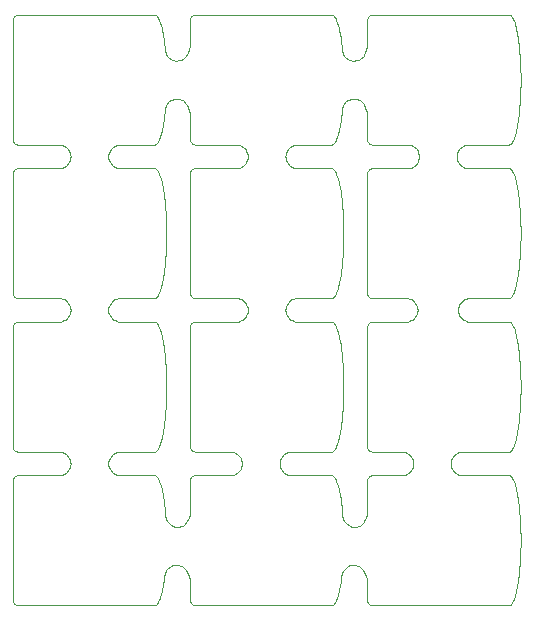
<source format=gko>
%MOIN*%
%OFA0B0*%
%FSLAX44Y44*%
%IPPOS*%
%LPD*%
%ADD10C,0*%
D10*
X00005072Y00016524D02*
X00005072Y00016524D01*
X00005080Y00016577D01*
X00005096Y00016628D01*
X00005118Y00016677D01*
X00005146Y00016723D01*
X00005181Y00016764D01*
X00005221Y00016800D01*
X00005265Y00016830D01*
X00005313Y00016854D01*
X00005364Y00016872D01*
X00005416Y00016882D01*
X00005470Y00016885D01*
X00005524Y00016880D01*
X00005576Y00016869D01*
X00005626Y00016850D01*
X00005674Y00016825D01*
X00005717Y00016793D01*
X00005756Y00016756D01*
X00005789Y00016714D01*
X00005817Y00016668D01*
X00005837Y00016618D01*
X00005884Y00016482D01*
X00005886Y00016476D01*
X00005888Y00016469D01*
X00005890Y00016463D01*
X00005891Y00016457D01*
X00005893Y00016451D01*
X00005895Y00016444D01*
X00005896Y00016438D01*
X00005897Y00016432D01*
X00005899Y00016425D01*
X00005900Y00016419D01*
X00005901Y00016413D01*
X00005902Y00016406D01*
X00005902Y00016400D01*
X00005903Y00016393D01*
X00005904Y00016387D01*
X00005904Y00016380D01*
X00005905Y00016374D01*
X00005905Y00016368D01*
X00005905Y00016361D01*
X00005905Y00016355D01*
X00005905Y00015531D01*
X00005908Y00015503D01*
X00005915Y00015475D01*
X00005927Y00015449D01*
X00005942Y00015425D01*
X00005961Y00015404D01*
X00005983Y00015386D01*
X00006007Y00015372D01*
X00006034Y00015361D01*
X00006062Y00015355D01*
X00006086Y00015354D01*
X00007441Y00015354D01*
X00007503Y00015349D01*
X00007563Y00015335D01*
X00007620Y00015311D01*
X00007673Y00015279D01*
X00007720Y00015239D01*
X00007760Y00015192D01*
X00007792Y00015139D01*
X00007816Y00015082D01*
X00007830Y00015022D01*
X00007835Y00014960D01*
X00007830Y00014899D01*
X00007816Y00014838D01*
X00007792Y00014781D01*
X00007760Y00014729D01*
X00007720Y00014682D01*
X00007673Y00014642D01*
X00007620Y00014609D01*
X00007563Y00014586D01*
X00007503Y00014571D01*
X00007441Y00014566D01*
X00007299Y00014566D01*
X00006082Y00014566D01*
X00006054Y00014564D01*
X00006026Y00014556D01*
X00006000Y00014545D01*
X00005976Y00014530D01*
X00005955Y00014511D01*
X00005937Y00014489D01*
X00005923Y00014464D01*
X00005913Y00014438D01*
X00005907Y00014410D01*
X00005905Y00014377D01*
X00005905Y00010413D01*
X00005908Y00010385D01*
X00005915Y00010357D01*
X00005927Y00010331D01*
X00005942Y00010307D01*
X00005961Y00010286D01*
X00005983Y00010268D01*
X00006007Y00010254D01*
X00006034Y00010243D01*
X00006062Y00010237D01*
X00006086Y00010236D01*
X00007441Y00010236D01*
X00007503Y00010231D01*
X00007563Y00010216D01*
X00007620Y00010193D01*
X00007673Y00010161D01*
X00007720Y00010120D01*
X00007760Y00010073D01*
X00007792Y00010021D01*
X00007816Y00009964D01*
X00007830Y00009904D01*
X00007835Y00009842D01*
X00007830Y00009780D01*
X00007816Y00009720D01*
X00007792Y00009663D01*
X00007760Y00009611D01*
X00007720Y00009564D01*
X00007673Y00009524D01*
X00007620Y00009491D01*
X00007563Y00009468D01*
X00007503Y00009453D01*
X00007441Y00009448D01*
X00007299Y00009448D01*
X00006082Y00009448D01*
X00006054Y00009445D01*
X00006026Y00009438D01*
X00006000Y00009427D01*
X00005976Y00009411D01*
X00005955Y00009392D01*
X00005937Y00009370D01*
X00005923Y00009346D01*
X00005913Y00009319D01*
X00005907Y00009292D01*
X00005905Y00009259D01*
X00005905Y00005295D01*
X00005908Y00005266D01*
X00005915Y00005239D01*
X00005927Y00005213D01*
X00005942Y00005189D01*
X00005961Y00005168D01*
X00005983Y00005150D01*
X00006007Y00005136D01*
X00006034Y00005125D01*
X00006062Y00005119D01*
X00006086Y00005118D01*
X00007244Y00005118D01*
X00007306Y00005113D01*
X00007366Y00005098D01*
X00007423Y00005075D01*
X00007476Y00005042D01*
X00007523Y00005002D01*
X00007563Y00004955D01*
X00007595Y00004903D01*
X00007619Y00004846D01*
X00007633Y00004785D01*
X00007638Y00004724D01*
X00007633Y00004662D01*
X00007619Y00004602D01*
X00007595Y00004545D01*
X00007563Y00004492D01*
X00007523Y00004446D01*
X00007476Y00004405D01*
X00007423Y00004373D01*
X00007366Y00004349D01*
X00007306Y00004335D01*
X00007244Y00004330D01*
X00007103Y00004330D01*
X00006082Y00004330D01*
X00006054Y00004327D01*
X00006026Y00004320D01*
X00006000Y00004309D01*
X00005976Y00004293D01*
X00005955Y00004274D01*
X00005937Y00004252D01*
X00005923Y00004228D01*
X00005913Y00004201D01*
X00005907Y00004174D01*
X00005905Y00004141D01*
X00005905Y00003133D01*
X00005905Y00003128D01*
X00005905Y00003123D01*
X00005905Y00003118D01*
X00005905Y00003114D01*
X00005904Y00003109D01*
X00005904Y00003104D01*
X00005904Y00003099D01*
X00005903Y00003095D01*
X00005903Y00003090D01*
X00005902Y00003085D01*
X00005902Y00003080D01*
X00005901Y00003076D01*
X00005900Y00003071D01*
X00005899Y00003066D01*
X00005899Y00003062D01*
X00005898Y00003057D01*
X00005897Y00003052D01*
X00005896Y00003048D01*
X00005895Y00003043D01*
X00005894Y00003038D01*
X00005862Y00002911D01*
X00005845Y00002859D01*
X00005821Y00002809D01*
X00005790Y00002763D01*
X00005753Y00002722D01*
X00005710Y00002686D01*
X00005663Y00002657D01*
X00005612Y00002635D01*
X00005559Y00002620D01*
X00005504Y00002613D01*
X00005449Y00002613D01*
X00005394Y00002621D01*
X00005341Y00002637D01*
X00005291Y00002661D01*
X00005244Y00002691D01*
X00005202Y00002727D01*
X00005166Y00002769D01*
X00005136Y00002815D01*
X00005112Y00002865D01*
X00005096Y00002918D01*
X00005088Y00002973D01*
X00005086Y00002992D01*
X00005082Y00003043D01*
X00005062Y00003279D01*
X00005055Y00003322D01*
X00005051Y00003370D01*
X00005047Y00003413D01*
X00005039Y00003456D01*
X00005035Y00003496D01*
X00005027Y00003539D01*
X00005023Y00003578D01*
X00005007Y00003657D01*
X00005003Y00003696D01*
X00004996Y00003732D01*
X00004988Y00003771D01*
X00004980Y00003803D01*
X00004972Y00003838D01*
X00004968Y00003874D01*
X00004960Y00003905D01*
X00004952Y00003937D01*
X00004944Y00003964D01*
X00004933Y00003996D01*
X00004917Y00004051D01*
X00004885Y00004145D01*
X00004874Y00004165D01*
X00004858Y00004204D01*
X00004846Y00004220D01*
X00004830Y00004251D01*
X00004818Y00004267D01*
X00004811Y00004279D01*
X00004783Y00004307D01*
X00004771Y00004314D01*
X00004763Y00004318D01*
X00004751Y00004326D01*
X00004744Y00004326D01*
X00004732Y00004330D01*
X00003723Y00004330D01*
X00003581Y00004330D01*
X00003520Y00004335D01*
X00003460Y00004349D01*
X00003403Y00004373D01*
X00003350Y00004405D01*
X00003303Y00004446D01*
X00003263Y00004492D01*
X00003231Y00004545D01*
X00003207Y00004602D01*
X00003193Y00004662D01*
X00003188Y00004724D01*
X00003193Y00004785D01*
X00003207Y00004846D01*
X00003231Y00004903D01*
X00003263Y00004955D01*
X00003303Y00005002D01*
X00003350Y00005042D01*
X00003403Y00005075D01*
X00003460Y00005098D01*
X00003520Y00005113D01*
X00003581Y00005118D01*
X00004732Y00005118D01*
X00004744Y00005122D01*
X00004751Y00005122D01*
X00004763Y00005129D01*
X00004771Y00005133D01*
X00004783Y00005141D01*
X00004811Y00005169D01*
X00004818Y00005181D01*
X00004830Y00005196D01*
X00004846Y00005228D01*
X00004858Y00005244D01*
X00004874Y00005283D01*
X00004885Y00005303D01*
X00004909Y00005374D01*
X00004917Y00005397D01*
X00004925Y00005425D01*
X00004933Y00005452D01*
X00004944Y00005484D01*
X00004952Y00005511D01*
X00004968Y00005574D01*
X00004972Y00005610D01*
X00004980Y00005645D01*
X00004988Y00005677D01*
X00004996Y00005716D01*
X00005003Y00005751D01*
X00005007Y00005791D01*
X00005015Y00005830D01*
X00005023Y00005870D01*
X00005027Y00005909D01*
X00005035Y00005952D01*
X00005039Y00005992D01*
X00005047Y00006035D01*
X00005051Y00006078D01*
X00005055Y00006125D01*
X00005062Y00006169D01*
X00005082Y00006405D01*
X00005086Y00006456D01*
X00005090Y00006503D01*
X00005094Y00006555D01*
X00005098Y00006602D01*
X00005102Y00006653D01*
X00005102Y00006704D01*
X00005110Y00006807D01*
X00005110Y00006862D01*
X00005114Y00006913D01*
X00005114Y00007019D01*
X00005118Y00007070D01*
X00005118Y00007496D01*
X00005114Y00007547D01*
X00005114Y00007653D01*
X00005110Y00007704D01*
X00005110Y00007759D01*
X00005102Y00007862D01*
X00005102Y00007913D01*
X00005098Y00007964D01*
X00005094Y00008011D01*
X00005090Y00008062D01*
X00005086Y00008110D01*
X00005082Y00008161D01*
X00005062Y00008397D01*
X00005055Y00008440D01*
X00005051Y00008488D01*
X00005047Y00008531D01*
X00005039Y00008574D01*
X00005035Y00008614D01*
X00005027Y00008657D01*
X00005023Y00008696D01*
X00005007Y00008775D01*
X00005003Y00008814D01*
X00004996Y00008850D01*
X00004988Y00008889D01*
X00004980Y00008921D01*
X00004972Y00008956D01*
X00004968Y00008992D01*
X00004960Y00009023D01*
X00004952Y00009055D01*
X00004944Y00009082D01*
X00004933Y00009114D01*
X00004917Y00009169D01*
X00004885Y00009263D01*
X00004874Y00009283D01*
X00004858Y00009322D01*
X00004846Y00009338D01*
X00004830Y00009370D01*
X00004818Y00009385D01*
X00004811Y00009397D01*
X00004783Y00009425D01*
X00004771Y00009433D01*
X00004763Y00009437D01*
X00004751Y00009444D01*
X00004744Y00009444D01*
X00004732Y00009448D01*
X00003723Y00009448D01*
X00003581Y00009448D01*
X00003520Y00009453D01*
X00003460Y00009468D01*
X00003403Y00009491D01*
X00003350Y00009524D01*
X00003303Y00009564D01*
X00003263Y00009611D01*
X00003231Y00009663D01*
X00003207Y00009720D01*
X00003193Y00009780D01*
X00003188Y00009842D01*
X00003193Y00009904D01*
X00003207Y00009964D01*
X00003231Y00010021D01*
X00003263Y00010073D01*
X00003303Y00010120D01*
X00003350Y00010161D01*
X00003403Y00010193D01*
X00003460Y00010216D01*
X00003520Y00010231D01*
X00003581Y00010236D01*
X00004732Y00010236D01*
X00004744Y00010240D01*
X00004751Y00010240D01*
X00004763Y00010248D01*
X00004771Y00010251D01*
X00004783Y00010259D01*
X00004811Y00010287D01*
X00004818Y00010299D01*
X00004830Y00010314D01*
X00004846Y00010346D01*
X00004858Y00010362D01*
X00004874Y00010401D01*
X00004885Y00010421D01*
X00004909Y00010492D01*
X00004917Y00010515D01*
X00004925Y00010543D01*
X00004933Y00010570D01*
X00004944Y00010602D01*
X00004952Y00010629D01*
X00004968Y00010692D01*
X00004972Y00010728D01*
X00004980Y00010763D01*
X00004988Y00010795D01*
X00004996Y00010834D01*
X00005003Y00010870D01*
X00005007Y00010909D01*
X00005015Y00010948D01*
X00005023Y00010988D01*
X00005027Y00011027D01*
X00005035Y00011070D01*
X00005039Y00011110D01*
X00005047Y00011153D01*
X00005051Y00011196D01*
X00005055Y00011244D01*
X00005062Y00011287D01*
X00005082Y00011523D01*
X00005086Y00011574D01*
X00005090Y00011622D01*
X00005094Y00011673D01*
X00005098Y00011720D01*
X00005102Y00011771D01*
X00005102Y00011822D01*
X00005110Y00011925D01*
X00005110Y00011980D01*
X00005114Y00012031D01*
X00005114Y00012137D01*
X00005118Y00012188D01*
X00005118Y00012614D01*
X00005114Y00012665D01*
X00005114Y00012771D01*
X00005110Y00012822D01*
X00005110Y00012877D01*
X00005102Y00012980D01*
X00005102Y00013031D01*
X00005098Y00013082D01*
X00005094Y00013129D01*
X00005090Y00013181D01*
X00005086Y00013228D01*
X00005082Y00013279D01*
X00005062Y00013515D01*
X00005055Y00013559D01*
X00005051Y00013606D01*
X00005047Y00013649D01*
X00005039Y00013692D01*
X00005035Y00013732D01*
X00005027Y00013775D01*
X00005023Y00013814D01*
X00005007Y00013893D01*
X00005003Y00013933D01*
X00004996Y00013968D01*
X00004988Y00014007D01*
X00004980Y00014039D01*
X00004972Y00014074D01*
X00004968Y00014110D01*
X00004960Y00014141D01*
X00004952Y00014173D01*
X00004944Y00014200D01*
X00004933Y00014232D01*
X00004917Y00014287D01*
X00004885Y00014381D01*
X00004874Y00014401D01*
X00004858Y00014440D01*
X00004846Y00014456D01*
X00004830Y00014488D01*
X00004818Y00014503D01*
X00004811Y00014515D01*
X00004783Y00014543D01*
X00004771Y00014551D01*
X00004763Y00014555D01*
X00004751Y00014562D01*
X00004744Y00014562D01*
X00004732Y00014566D01*
X00003723Y00014566D01*
X00003581Y00014566D01*
X00003520Y00014571D01*
X00003460Y00014586D01*
X00003403Y00014609D01*
X00003350Y00014642D01*
X00003303Y00014682D01*
X00003263Y00014729D01*
X00003231Y00014781D01*
X00003207Y00014838D01*
X00003193Y00014899D01*
X00003188Y00014960D01*
X00003193Y00015022D01*
X00003207Y00015082D01*
X00003231Y00015139D01*
X00003263Y00015192D01*
X00003303Y00015239D01*
X00003350Y00015279D01*
X00003403Y00015311D01*
X00003460Y00015335D01*
X00003520Y00015349D01*
X00003581Y00015354D01*
X00004732Y00015354D01*
X00004744Y00015358D01*
X00004751Y00015358D01*
X00004763Y00015366D01*
X00004771Y00015370D01*
X00004783Y00015377D01*
X00004811Y00015405D01*
X00004818Y00015417D01*
X00004830Y00015433D01*
X00004846Y00015464D01*
X00004858Y00015480D01*
X00004874Y00015519D01*
X00004885Y00015539D01*
X00004909Y00015610D01*
X00004917Y00015633D01*
X00004925Y00015661D01*
X00004933Y00015688D01*
X00004944Y00015720D01*
X00004952Y00015748D01*
X00004968Y00015811D01*
X00004972Y00015846D01*
X00004980Y00015881D01*
X00004988Y00015913D01*
X00004996Y00015952D01*
X00005003Y00015988D01*
X00005007Y00016027D01*
X00005015Y00016066D01*
X00005023Y00016106D01*
X00005027Y00016145D01*
X00005035Y00016188D01*
X00005039Y00016228D01*
X00005047Y00016271D01*
X00005051Y00016314D01*
X00005055Y00016362D01*
X00005062Y00016405D01*
X00005072Y00016524D01*
X00010978Y00016524D02*
X00010978Y00016524D01*
X00010986Y00016577D01*
X00011001Y00016628D01*
X00011023Y00016677D01*
X00011052Y00016723D01*
X00011086Y00016764D01*
X00011126Y00016800D01*
X00011170Y00016830D01*
X00011218Y00016854D01*
X00011269Y00016872D01*
X00011322Y00016882D01*
X00011376Y00016885D01*
X00011429Y00016880D01*
X00011482Y00016869D01*
X00011532Y00016850D01*
X00011579Y00016825D01*
X00011623Y00016793D01*
X00011661Y00016756D01*
X00011695Y00016714D01*
X00011722Y00016668D01*
X00011743Y00016618D01*
X00011789Y00016482D01*
X00011791Y00016476D01*
X00011793Y00016469D01*
X00011795Y00016463D01*
X00011797Y00016457D01*
X00011799Y00016451D01*
X00011800Y00016444D01*
X00011802Y00016438D01*
X00011803Y00016432D01*
X00011804Y00016425D01*
X00011805Y00016419D01*
X00011806Y00016413D01*
X00011807Y00016406D01*
X00011808Y00016400D01*
X00011809Y00016393D01*
X00011809Y00016387D01*
X00011810Y00016380D01*
X00011810Y00016374D01*
X00011810Y00016368D01*
X00011810Y00016361D01*
X00011811Y00016355D01*
X00011811Y00015531D01*
X00011813Y00015503D01*
X00011821Y00015475D01*
X00011832Y00015449D01*
X00011847Y00015425D01*
X00011866Y00015404D01*
X00011888Y00015386D01*
X00011913Y00015372D01*
X00011939Y00015361D01*
X00011967Y00015355D01*
X00011992Y00015354D01*
X00013150Y00015354D01*
X00013211Y00015349D01*
X00013272Y00015335D01*
X00013329Y00015311D01*
X00013381Y00015279D01*
X00013428Y00015239D01*
X00013468Y00015192D01*
X00013501Y00015139D01*
X00013524Y00015082D01*
X00013539Y00015022D01*
X00013544Y00014960D01*
X00013539Y00014899D01*
X00013524Y00014838D01*
X00013501Y00014781D01*
X00013468Y00014729D01*
X00013428Y00014682D01*
X00013381Y00014642D01*
X00013329Y00014609D01*
X00013272Y00014586D01*
X00013211Y00014571D01*
X00013150Y00014566D01*
X00013008Y00014566D01*
X00011988Y00014566D01*
X00011959Y00014564D01*
X00011932Y00014556D01*
X00011906Y00014545D01*
X00011882Y00014530D01*
X00011861Y00014511D01*
X00011843Y00014489D01*
X00011828Y00014464D01*
X00011818Y00014438D01*
X00011812Y00014410D01*
X00011811Y00014377D01*
X00011811Y00010413D01*
X00011813Y00010385D01*
X00011821Y00010357D01*
X00011832Y00010331D01*
X00011847Y00010307D01*
X00011866Y00010286D01*
X00011888Y00010268D01*
X00011913Y00010254D01*
X00011939Y00010243D01*
X00011967Y00010237D01*
X00011992Y00010236D01*
X00013105Y00010236D01*
X00013166Y00010231D01*
X00013226Y00010216D01*
X00013283Y00010193D01*
X00013336Y00010161D01*
X00013383Y00010120D01*
X00013423Y00010073D01*
X00013455Y00010021D01*
X00013479Y00009964D01*
X00013493Y00009904D01*
X00013498Y00009842D01*
X00013493Y00009780D01*
X00013479Y00009720D01*
X00013455Y00009663D01*
X00013423Y00009611D01*
X00013383Y00009564D01*
X00013336Y00009524D01*
X00013283Y00009491D01*
X00013226Y00009468D01*
X00013166Y00009453D01*
X00013105Y00009448D01*
X00012968Y00009448D01*
X00011988Y00009448D01*
X00011959Y00009445D01*
X00011932Y00009438D01*
X00011906Y00009427D01*
X00011882Y00009411D01*
X00011861Y00009392D01*
X00011843Y00009370D01*
X00011828Y00009346D01*
X00011818Y00009319D01*
X00011812Y00009292D01*
X00011811Y00009259D01*
X00011811Y00005295D01*
X00011813Y00005266D01*
X00011821Y00005239D01*
X00011832Y00005213D01*
X00011847Y00005189D01*
X00011866Y00005168D01*
X00011888Y00005150D01*
X00011913Y00005136D01*
X00011939Y00005125D01*
X00011967Y00005119D01*
X00011992Y00005118D01*
X00012953Y00005118D01*
X00013015Y00005113D01*
X00013075Y00005098D01*
X00013132Y00005075D01*
X00013184Y00005042D01*
X00013231Y00005002D01*
X00013272Y00004955D01*
X00013304Y00004903D01*
X00013327Y00004846D01*
X00013342Y00004785D01*
X00013347Y00004724D01*
X00013342Y00004662D01*
X00013327Y00004602D01*
X00013304Y00004545D01*
X00013272Y00004492D01*
X00013231Y00004446D01*
X00013184Y00004405D01*
X00013132Y00004373D01*
X00013075Y00004349D01*
X00013015Y00004335D01*
X00012953Y00004330D01*
X00012811Y00004330D01*
X00011988Y00004330D01*
X00011959Y00004327D01*
X00011932Y00004320D01*
X00011906Y00004309D01*
X00011882Y00004293D01*
X00011861Y00004274D01*
X00011843Y00004252D01*
X00011828Y00004228D01*
X00011818Y00004201D01*
X00011812Y00004174D01*
X00011811Y00004141D01*
X00011811Y00003133D01*
X00011810Y00003128D01*
X00011810Y00003123D01*
X00011810Y00003118D01*
X00011810Y00003114D01*
X00011810Y00003109D01*
X00011809Y00003104D01*
X00011809Y00003099D01*
X00011809Y00003095D01*
X00011808Y00003090D01*
X00011808Y00003085D01*
X00011807Y00003080D01*
X00011806Y00003076D01*
X00011806Y00003071D01*
X00011805Y00003066D01*
X00011804Y00003062D01*
X00011803Y00003057D01*
X00011802Y00003052D01*
X00011801Y00003048D01*
X00011800Y00003043D01*
X00011799Y00003038D01*
X00011768Y00002911D01*
X00011751Y00002859D01*
X00011726Y00002809D01*
X00011695Y00002763D01*
X00011658Y00002722D01*
X00011616Y00002686D01*
X00011569Y00002657D01*
X00011518Y00002635D01*
X00011465Y00002620D01*
X00011410Y00002613D01*
X00011354Y00002613D01*
X00011300Y00002621D01*
X00011246Y00002637D01*
X00011196Y00002661D01*
X00011150Y00002691D01*
X00011108Y00002727D01*
X00011071Y00002769D01*
X00011041Y00002815D01*
X00011018Y00002865D01*
X00011002Y00002918D01*
X00010993Y00002973D01*
X00010992Y00002992D01*
X00010988Y00003043D01*
X00010968Y00003279D01*
X00010960Y00003322D01*
X00010956Y00003370D01*
X00010952Y00003413D01*
X00010944Y00003456D01*
X00010940Y00003496D01*
X00010933Y00003539D01*
X00010929Y00003578D01*
X00010913Y00003657D01*
X00010909Y00003696D01*
X00010901Y00003732D01*
X00010893Y00003771D01*
X00010885Y00003803D01*
X00010877Y00003838D01*
X00010874Y00003874D01*
X00010866Y00003905D01*
X00010858Y00003937D01*
X00010850Y00003964D01*
X00010838Y00003996D01*
X00010822Y00004051D01*
X00010791Y00004145D01*
X00010779Y00004165D01*
X00010763Y00004204D01*
X00010751Y00004220D01*
X00010736Y00004251D01*
X00010724Y00004267D01*
X00010716Y00004279D01*
X00010688Y00004307D01*
X00010677Y00004314D01*
X00010669Y00004318D01*
X00010657Y00004326D01*
X00010649Y00004326D01*
X00010637Y00004330D01*
X00009432Y00004330D01*
X00009290Y00004330D01*
X00009228Y00004335D01*
X00009168Y00004349D01*
X00009111Y00004373D01*
X00009059Y00004405D01*
X00009012Y00004446D01*
X00008972Y00004492D01*
X00008939Y00004545D01*
X00008916Y00004602D01*
X00008901Y00004662D01*
X00008896Y00004724D01*
X00008901Y00004785D01*
X00008916Y00004846D01*
X00008939Y00004903D01*
X00008972Y00004955D01*
X00009012Y00005002D01*
X00009059Y00005042D01*
X00009111Y00005075D01*
X00009168Y00005098D01*
X00009228Y00005113D01*
X00009290Y00005118D01*
X00010637Y00005118D01*
X00010649Y00005122D01*
X00010657Y00005122D01*
X00010669Y00005129D01*
X00010677Y00005133D01*
X00010688Y00005141D01*
X00010716Y00005169D01*
X00010724Y00005181D01*
X00010736Y00005196D01*
X00010751Y00005228D01*
X00010763Y00005244D01*
X00010779Y00005283D01*
X00010791Y00005303D01*
X00010814Y00005374D01*
X00010822Y00005397D01*
X00010830Y00005425D01*
X00010838Y00005452D01*
X00010850Y00005484D01*
X00010858Y00005511D01*
X00010874Y00005574D01*
X00010877Y00005610D01*
X00010885Y00005645D01*
X00010893Y00005677D01*
X00010901Y00005716D01*
X00010909Y00005751D01*
X00010913Y00005791D01*
X00010921Y00005830D01*
X00010929Y00005870D01*
X00010933Y00005909D01*
X00010940Y00005952D01*
X00010944Y00005992D01*
X00010952Y00006035D01*
X00010956Y00006078D01*
X00010960Y00006125D01*
X00010968Y00006169D01*
X00010988Y00006405D01*
X00010992Y00006456D01*
X00010996Y00006503D01*
X00010999Y00006555D01*
X00011003Y00006602D01*
X00011007Y00006653D01*
X00011007Y00006704D01*
X00011015Y00006807D01*
X00011015Y00006862D01*
X00011019Y00006913D01*
X00011019Y00007019D01*
X00011023Y00007070D01*
X00011023Y00007496D01*
X00011019Y00007547D01*
X00011019Y00007653D01*
X00011015Y00007704D01*
X00011015Y00007759D01*
X00011007Y00007862D01*
X00011007Y00007913D01*
X00011003Y00007964D01*
X00010999Y00008011D01*
X00010996Y00008062D01*
X00010992Y00008110D01*
X00010988Y00008161D01*
X00010968Y00008397D01*
X00010960Y00008440D01*
X00010956Y00008488D01*
X00010952Y00008531D01*
X00010944Y00008574D01*
X00010940Y00008614D01*
X00010933Y00008657D01*
X00010929Y00008696D01*
X00010913Y00008775D01*
X00010909Y00008814D01*
X00010901Y00008850D01*
X00010893Y00008889D01*
X00010885Y00008921D01*
X00010877Y00008956D01*
X00010874Y00008992D01*
X00010866Y00009023D01*
X00010858Y00009055D01*
X00010850Y00009082D01*
X00010838Y00009114D01*
X00010822Y00009169D01*
X00010791Y00009263D01*
X00010779Y00009283D01*
X00010763Y00009322D01*
X00010751Y00009338D01*
X00010736Y00009370D01*
X00010724Y00009385D01*
X00010716Y00009397D01*
X00010688Y00009425D01*
X00010677Y00009433D01*
X00010669Y00009437D01*
X00010657Y00009444D01*
X00010649Y00009444D01*
X00010637Y00009448D01*
X00009629Y00009448D01*
X00009487Y00009448D01*
X00009425Y00009453D01*
X00009365Y00009468D01*
X00009308Y00009491D01*
X00009256Y00009524D01*
X00009209Y00009564D01*
X00009168Y00009611D01*
X00009136Y00009663D01*
X00009112Y00009720D01*
X00009098Y00009780D01*
X00009093Y00009842D01*
X00009098Y00009904D01*
X00009112Y00009964D01*
X00009136Y00010021D01*
X00009168Y00010073D01*
X00009209Y00010120D01*
X00009256Y00010161D01*
X00009308Y00010193D01*
X00009365Y00010216D01*
X00009425Y00010231D01*
X00009487Y00010236D01*
X00010637Y00010236D01*
X00010649Y00010240D01*
X00010657Y00010240D01*
X00010669Y00010248D01*
X00010677Y00010251D01*
X00010688Y00010259D01*
X00010716Y00010287D01*
X00010724Y00010299D01*
X00010736Y00010314D01*
X00010751Y00010346D01*
X00010763Y00010362D01*
X00010779Y00010401D01*
X00010791Y00010421D01*
X00010814Y00010492D01*
X00010822Y00010515D01*
X00010830Y00010543D01*
X00010838Y00010570D01*
X00010850Y00010602D01*
X00010858Y00010629D01*
X00010874Y00010692D01*
X00010877Y00010728D01*
X00010885Y00010763D01*
X00010893Y00010795D01*
X00010901Y00010834D01*
X00010909Y00010870D01*
X00010913Y00010909D01*
X00010921Y00010948D01*
X00010929Y00010988D01*
X00010933Y00011027D01*
X00010940Y00011070D01*
X00010944Y00011110D01*
X00010952Y00011153D01*
X00010956Y00011196D01*
X00010960Y00011244D01*
X00010968Y00011287D01*
X00010988Y00011523D01*
X00010992Y00011574D01*
X00010996Y00011622D01*
X00010999Y00011673D01*
X00011003Y00011720D01*
X00011007Y00011771D01*
X00011007Y00011822D01*
X00011015Y00011925D01*
X00011015Y00011980D01*
X00011019Y00012031D01*
X00011019Y00012137D01*
X00011023Y00012188D01*
X00011023Y00012614D01*
X00011019Y00012665D01*
X00011019Y00012771D01*
X00011015Y00012822D01*
X00011015Y00012877D01*
X00011007Y00012980D01*
X00011007Y00013031D01*
X00011003Y00013082D01*
X00010999Y00013129D01*
X00010996Y00013181D01*
X00010992Y00013228D01*
X00010988Y00013279D01*
X00010968Y00013515D01*
X00010960Y00013559D01*
X00010956Y00013606D01*
X00010952Y00013649D01*
X00010944Y00013692D01*
X00010940Y00013732D01*
X00010933Y00013775D01*
X00010929Y00013814D01*
X00010913Y00013893D01*
X00010909Y00013933D01*
X00010901Y00013968D01*
X00010893Y00014007D01*
X00010885Y00014039D01*
X00010877Y00014074D01*
X00010874Y00014110D01*
X00010866Y00014141D01*
X00010858Y00014173D01*
X00010850Y00014200D01*
X00010838Y00014232D01*
X00010822Y00014287D01*
X00010791Y00014381D01*
X00010779Y00014401D01*
X00010763Y00014440D01*
X00010751Y00014456D01*
X00010736Y00014488D01*
X00010724Y00014503D01*
X00010716Y00014515D01*
X00010688Y00014543D01*
X00010677Y00014551D01*
X00010669Y00014555D01*
X00010657Y00014562D01*
X00010649Y00014562D01*
X00010637Y00014566D01*
X00009629Y00014566D01*
X00009487Y00014566D01*
X00009425Y00014571D01*
X00009365Y00014586D01*
X00009308Y00014609D01*
X00009256Y00014642D01*
X00009209Y00014682D01*
X00009168Y00014729D01*
X00009136Y00014781D01*
X00009112Y00014838D01*
X00009098Y00014899D01*
X00009093Y00014960D01*
X00009098Y00015022D01*
X00009112Y00015082D01*
X00009136Y00015139D01*
X00009168Y00015192D01*
X00009209Y00015239D01*
X00009256Y00015279D01*
X00009308Y00015311D01*
X00009365Y00015335D01*
X00009425Y00015349D01*
X00009487Y00015354D01*
X00010637Y00015354D01*
X00010649Y00015358D01*
X00010657Y00015358D01*
X00010669Y00015366D01*
X00010677Y00015370D01*
X00010688Y00015377D01*
X00010716Y00015405D01*
X00010724Y00015417D01*
X00010736Y00015433D01*
X00010751Y00015464D01*
X00010763Y00015480D01*
X00010779Y00015519D01*
X00010791Y00015539D01*
X00010814Y00015610D01*
X00010822Y00015633D01*
X00010830Y00015661D01*
X00010838Y00015688D01*
X00010850Y00015720D01*
X00010858Y00015748D01*
X00010874Y00015811D01*
X00010877Y00015846D01*
X00010885Y00015881D01*
X00010893Y00015913D01*
X00010901Y00015952D01*
X00010909Y00015988D01*
X00010913Y00016027D01*
X00010921Y00016066D01*
X00010929Y00016106D01*
X00010933Y00016145D01*
X00010940Y00016188D01*
X00010944Y00016228D01*
X00010952Y00016271D01*
X00010956Y00016314D01*
X00010960Y00016362D01*
X00010968Y00016405D01*
X00010978Y00016524D01*
X00005053Y00000985D02*
X00005053Y00000985D01*
X00005061Y00001037D01*
X00005075Y00001087D01*
X00005096Y00001134D01*
X00005123Y00001179D01*
X00005155Y00001219D01*
X00005193Y00001255D01*
X00005235Y00001286D01*
X00005281Y00001310D01*
X00005329Y00001329D01*
X00005380Y00001341D01*
X00005431Y00001346D01*
X00005483Y00001345D01*
X00005535Y00001336D01*
X00005584Y00001321D01*
X00005632Y00001299D01*
X00005676Y00001272D01*
X00005716Y00001239D01*
X00005751Y00001201D01*
X00005781Y00001158D01*
X00005805Y00001112D01*
X00005871Y00000963D01*
X00005874Y00000955D01*
X00005878Y00000948D01*
X00005881Y00000940D01*
X00005883Y00000932D01*
X00005886Y00000925D01*
X00005888Y00000917D01*
X00005891Y00000909D01*
X00005893Y00000901D01*
X00005895Y00000893D01*
X00005896Y00000885D01*
X00005898Y00000877D01*
X00005900Y00000869D01*
X00005901Y00000861D01*
X00005902Y00000853D01*
X00005903Y00000844D01*
X00005904Y00000836D01*
X00005904Y00000828D01*
X00005905Y00000820D01*
X00005905Y00000812D01*
X00005905Y00000803D01*
X00005905Y00000177D01*
X00005908Y00000148D01*
X00005915Y00000121D01*
X00005927Y00000095D01*
X00005942Y00000071D01*
X00005961Y00000050D01*
X00005983Y00000032D01*
X00006007Y00000017D01*
X00006034Y00000007D01*
X00006062Y00000001D01*
X00006086Y00000000D01*
X00010637Y00000000D01*
X00010649Y00000003D01*
X00010657Y00000003D01*
X00010669Y00000011D01*
X00010677Y00000015D01*
X00010688Y00000023D01*
X00010716Y00000051D01*
X00010724Y00000062D01*
X00010736Y00000078D01*
X00010751Y00000110D01*
X00010763Y00000125D01*
X00010779Y00000165D01*
X00010791Y00000185D01*
X00010814Y00000255D01*
X00010822Y00000279D01*
X00010830Y00000307D01*
X00010838Y00000334D01*
X00010850Y00000366D01*
X00010858Y00000393D01*
X00010874Y00000456D01*
X00010877Y00000492D01*
X00010885Y00000527D01*
X00010893Y00000559D01*
X00010901Y00000598D01*
X00010909Y00000633D01*
X00010913Y00000673D01*
X00010921Y00000712D01*
X00010929Y00000751D01*
X00010933Y00000791D01*
X00010940Y00000834D01*
X00010944Y00000874D01*
X00010952Y00000917D01*
X00010956Y00000960D01*
X00010958Y00000985D01*
X00010966Y00001037D01*
X00010980Y00001087D01*
X00011001Y00001134D01*
X00011028Y00001179D01*
X00011061Y00001219D01*
X00011098Y00001255D01*
X00011140Y00001286D01*
X00011186Y00001310D01*
X00011235Y00001329D01*
X00011285Y00001341D01*
X00011337Y00001346D01*
X00011389Y00001345D01*
X00011440Y00001336D01*
X00011490Y00001321D01*
X00011537Y00001299D01*
X00011581Y00001272D01*
X00011621Y00001239D01*
X00011656Y00001201D01*
X00011686Y00001158D01*
X00011711Y00001112D01*
X00011777Y00000963D01*
X00011780Y00000955D01*
X00011783Y00000948D01*
X00011786Y00000940D01*
X00011789Y00000932D01*
X00011791Y00000925D01*
X00011794Y00000917D01*
X00011796Y00000909D01*
X00011798Y00000901D01*
X00011800Y00000893D01*
X00011802Y00000885D01*
X00011804Y00000877D01*
X00011805Y00000869D01*
X00011806Y00000861D01*
X00011807Y00000853D01*
X00011808Y00000844D01*
X00011809Y00000836D01*
X00011810Y00000828D01*
X00011810Y00000820D01*
X00011810Y00000812D01*
X00011811Y00000803D01*
X00011811Y00000177D01*
X00011813Y00000148D01*
X00011821Y00000121D01*
X00011832Y00000095D01*
X00011847Y00000071D01*
X00011866Y00000050D01*
X00011888Y00000032D01*
X00011913Y00000017D01*
X00011939Y00000007D01*
X00011967Y00000001D01*
X00011992Y00000000D01*
X00016543Y00000000D01*
X00016555Y00000003D01*
X00016562Y00000003D01*
X00016574Y00000011D01*
X00016582Y00000015D01*
X00016594Y00000023D01*
X00016622Y00000051D01*
X00016629Y00000062D01*
X00016641Y00000078D01*
X00016657Y00000110D01*
X00016669Y00000125D01*
X00016685Y00000165D01*
X00016696Y00000185D01*
X00016720Y00000255D01*
X00016728Y00000279D01*
X00016736Y00000307D01*
X00016744Y00000334D01*
X00016755Y00000366D01*
X00016763Y00000393D01*
X00016779Y00000456D01*
X00016783Y00000492D01*
X00016791Y00000527D01*
X00016799Y00000559D01*
X00016807Y00000598D01*
X00016814Y00000633D01*
X00016818Y00000673D01*
X00016826Y00000712D01*
X00016834Y00000751D01*
X00016838Y00000791D01*
X00016846Y00000834D01*
X00016850Y00000874D01*
X00016858Y00000917D01*
X00016862Y00000960D01*
X00016866Y00001007D01*
X00016874Y00001051D01*
X00016893Y00001287D01*
X00016897Y00001338D01*
X00016901Y00001385D01*
X00016905Y00001437D01*
X00016909Y00001484D01*
X00016913Y00001535D01*
X00016913Y00001586D01*
X00016921Y00001688D01*
X00016921Y00001744D01*
X00016925Y00001795D01*
X00016925Y00001901D01*
X00016929Y00001952D01*
X00016929Y00002377D01*
X00016925Y00002429D01*
X00016925Y00002535D01*
X00016921Y00002586D01*
X00016921Y00002641D01*
X00016913Y00002744D01*
X00016913Y00002795D01*
X00016909Y00002846D01*
X00016905Y00002893D01*
X00016901Y00002944D01*
X00016897Y00002992D01*
X00016893Y00003043D01*
X00016874Y00003279D01*
X00016866Y00003322D01*
X00016862Y00003370D01*
X00016858Y00003413D01*
X00016850Y00003456D01*
X00016846Y00003496D01*
X00016838Y00003539D01*
X00016834Y00003578D01*
X00016818Y00003657D01*
X00016814Y00003696D01*
X00016807Y00003732D01*
X00016799Y00003771D01*
X00016791Y00003803D01*
X00016783Y00003838D01*
X00016779Y00003874D01*
X00016771Y00003905D01*
X00016763Y00003937D01*
X00016755Y00003964D01*
X00016744Y00003996D01*
X00016728Y00004051D01*
X00016696Y00004145D01*
X00016685Y00004165D01*
X00016669Y00004204D01*
X00016657Y00004220D01*
X00016641Y00004251D01*
X00016629Y00004267D01*
X00016622Y00004279D01*
X00016594Y00004307D01*
X00016582Y00004314D01*
X00016574Y00004318D01*
X00016562Y00004326D01*
X00016555Y00004326D01*
X00016543Y00004330D01*
X00015140Y00004330D01*
X00014999Y00004330D01*
X00014937Y00004335D01*
X00014877Y00004349D01*
X00014820Y00004373D01*
X00014767Y00004405D01*
X00014720Y00004446D01*
X00014680Y00004492D01*
X00014648Y00004545D01*
X00014624Y00004602D01*
X00014610Y00004662D01*
X00014605Y00004724D01*
X00014610Y00004785D01*
X00014624Y00004846D01*
X00014648Y00004903D01*
X00014680Y00004955D01*
X00014720Y00005002D01*
X00014767Y00005042D01*
X00014820Y00005075D01*
X00014877Y00005098D01*
X00014937Y00005113D01*
X00014999Y00005118D01*
X00016543Y00005118D01*
X00016555Y00005122D01*
X00016562Y00005122D01*
X00016574Y00005129D01*
X00016582Y00005133D01*
X00016594Y00005141D01*
X00016622Y00005169D01*
X00016629Y00005181D01*
X00016641Y00005196D01*
X00016657Y00005228D01*
X00016669Y00005244D01*
X00016685Y00005283D01*
X00016696Y00005303D01*
X00016720Y00005374D01*
X00016728Y00005397D01*
X00016736Y00005425D01*
X00016744Y00005452D01*
X00016755Y00005484D01*
X00016763Y00005511D01*
X00016779Y00005574D01*
X00016783Y00005610D01*
X00016791Y00005645D01*
X00016799Y00005677D01*
X00016807Y00005716D01*
X00016814Y00005751D01*
X00016818Y00005791D01*
X00016826Y00005830D01*
X00016834Y00005870D01*
X00016838Y00005909D01*
X00016846Y00005952D01*
X00016850Y00005992D01*
X00016858Y00006035D01*
X00016862Y00006078D01*
X00016866Y00006125D01*
X00016874Y00006169D01*
X00016893Y00006405D01*
X00016897Y00006456D01*
X00016901Y00006503D01*
X00016905Y00006555D01*
X00016909Y00006602D01*
X00016913Y00006653D01*
X00016913Y00006704D01*
X00016921Y00006807D01*
X00016921Y00006862D01*
X00016925Y00006913D01*
X00016925Y00007019D01*
X00016929Y00007070D01*
X00016929Y00007496D01*
X00016925Y00007547D01*
X00016925Y00007653D01*
X00016921Y00007704D01*
X00016921Y00007759D01*
X00016913Y00007862D01*
X00016913Y00007913D01*
X00016909Y00007964D01*
X00016905Y00008011D01*
X00016901Y00008062D01*
X00016897Y00008110D01*
X00016893Y00008161D01*
X00016874Y00008397D01*
X00016866Y00008440D01*
X00016862Y00008488D01*
X00016858Y00008531D01*
X00016850Y00008574D01*
X00016846Y00008614D01*
X00016838Y00008657D01*
X00016834Y00008696D01*
X00016818Y00008775D01*
X00016814Y00008814D01*
X00016807Y00008850D01*
X00016799Y00008889D01*
X00016791Y00008921D01*
X00016783Y00008956D01*
X00016779Y00008992D01*
X00016771Y00009023D01*
X00016763Y00009055D01*
X00016755Y00009082D01*
X00016744Y00009114D01*
X00016728Y00009169D01*
X00016696Y00009263D01*
X00016685Y00009283D01*
X00016669Y00009322D01*
X00016657Y00009338D01*
X00016641Y00009370D01*
X00016629Y00009385D01*
X00016622Y00009397D01*
X00016594Y00009425D01*
X00016582Y00009433D01*
X00016574Y00009437D01*
X00016562Y00009444D01*
X00016555Y00009444D01*
X00016543Y00009448D01*
X00015377Y00009448D01*
X00015241Y00009448D01*
X00015179Y00009453D01*
X00015119Y00009468D01*
X00015062Y00009491D01*
X00015009Y00009524D01*
X00014962Y00009564D01*
X00014922Y00009611D01*
X00014890Y00009663D01*
X00014866Y00009720D01*
X00014852Y00009780D01*
X00014847Y00009842D01*
X00014852Y00009904D01*
X00014866Y00009964D01*
X00014890Y00010021D01*
X00014922Y00010073D01*
X00014962Y00010120D01*
X00015009Y00010161D01*
X00015062Y00010193D01*
X00015119Y00010216D01*
X00015179Y00010231D01*
X00015241Y00010236D01*
X00016543Y00010236D01*
X00016555Y00010240D01*
X00016562Y00010240D01*
X00016574Y00010248D01*
X00016582Y00010251D01*
X00016594Y00010259D01*
X00016622Y00010287D01*
X00016629Y00010299D01*
X00016641Y00010314D01*
X00016657Y00010346D01*
X00016669Y00010362D01*
X00016685Y00010401D01*
X00016696Y00010421D01*
X00016720Y00010492D01*
X00016728Y00010515D01*
X00016736Y00010543D01*
X00016744Y00010570D01*
X00016755Y00010602D01*
X00016763Y00010629D01*
X00016779Y00010692D01*
X00016783Y00010728D01*
X00016791Y00010763D01*
X00016799Y00010795D01*
X00016807Y00010834D01*
X00016814Y00010870D01*
X00016818Y00010909D01*
X00016826Y00010948D01*
X00016834Y00010988D01*
X00016838Y00011027D01*
X00016846Y00011070D01*
X00016850Y00011110D01*
X00016858Y00011153D01*
X00016862Y00011196D01*
X00016866Y00011244D01*
X00016874Y00011287D01*
X00016893Y00011523D01*
X00016897Y00011574D01*
X00016901Y00011622D01*
X00016905Y00011673D01*
X00016909Y00011720D01*
X00016913Y00011771D01*
X00016913Y00011822D01*
X00016921Y00011925D01*
X00016921Y00011980D01*
X00016925Y00012031D01*
X00016925Y00012137D01*
X00016929Y00012188D01*
X00016929Y00012614D01*
X00016925Y00012665D01*
X00016925Y00012771D01*
X00016921Y00012822D01*
X00016921Y00012877D01*
X00016913Y00012980D01*
X00016913Y00013031D01*
X00016909Y00013082D01*
X00016905Y00013129D01*
X00016901Y00013181D01*
X00016897Y00013228D01*
X00016893Y00013279D01*
X00016874Y00013515D01*
X00016866Y00013559D01*
X00016862Y00013606D01*
X00016858Y00013649D01*
X00016850Y00013692D01*
X00016846Y00013732D01*
X00016838Y00013775D01*
X00016834Y00013814D01*
X00016818Y00013893D01*
X00016814Y00013933D01*
X00016807Y00013968D01*
X00016799Y00014007D01*
X00016791Y00014039D01*
X00016783Y00014074D01*
X00016779Y00014110D01*
X00016771Y00014141D01*
X00016763Y00014173D01*
X00016755Y00014200D01*
X00016744Y00014232D01*
X00016728Y00014287D01*
X00016696Y00014381D01*
X00016685Y00014401D01*
X00016669Y00014440D01*
X00016657Y00014456D01*
X00016641Y00014488D01*
X00016629Y00014503D01*
X00016622Y00014515D01*
X00016594Y00014543D01*
X00016582Y00014551D01*
X00016574Y00014555D01*
X00016562Y00014562D01*
X00016555Y00014562D01*
X00016543Y00014566D01*
X00015337Y00014566D01*
X00015196Y00014566D01*
X00015134Y00014571D01*
X00015074Y00014586D01*
X00015017Y00014609D01*
X00014964Y00014642D01*
X00014917Y00014682D01*
X00014877Y00014729D01*
X00014845Y00014781D01*
X00014821Y00014838D01*
X00014807Y00014899D01*
X00014802Y00014960D01*
X00014807Y00015022D01*
X00014821Y00015082D01*
X00014845Y00015139D01*
X00014877Y00015192D01*
X00014917Y00015239D01*
X00014964Y00015279D01*
X00015017Y00015311D01*
X00015074Y00015335D01*
X00015134Y00015349D01*
X00015196Y00015354D01*
X00016543Y00015354D01*
X00016555Y00015358D01*
X00016562Y00015358D01*
X00016574Y00015366D01*
X00016582Y00015370D01*
X00016594Y00015377D01*
X00016622Y00015405D01*
X00016629Y00015417D01*
X00016641Y00015433D01*
X00016657Y00015464D01*
X00016669Y00015480D01*
X00016685Y00015519D01*
X00016696Y00015539D01*
X00016720Y00015610D01*
X00016728Y00015633D01*
X00016736Y00015661D01*
X00016744Y00015688D01*
X00016755Y00015720D01*
X00016763Y00015748D01*
X00016779Y00015811D01*
X00016783Y00015846D01*
X00016791Y00015881D01*
X00016799Y00015913D01*
X00016807Y00015952D01*
X00016814Y00015988D01*
X00016818Y00016027D01*
X00016826Y00016066D01*
X00016834Y00016106D01*
X00016838Y00016145D01*
X00016846Y00016188D01*
X00016850Y00016228D01*
X00016858Y00016271D01*
X00016862Y00016314D01*
X00016866Y00016362D01*
X00016874Y00016405D01*
X00016893Y00016641D01*
X00016897Y00016692D01*
X00016901Y00016740D01*
X00016905Y00016791D01*
X00016909Y00016838D01*
X00016913Y00016889D01*
X00016913Y00016940D01*
X00016921Y00017043D01*
X00016921Y00017098D01*
X00016925Y00017149D01*
X00016925Y00017255D01*
X00016929Y00017307D01*
X00016929Y00017732D01*
X00016925Y00017783D01*
X00016925Y00017889D01*
X00016921Y00017940D01*
X00016921Y00017996D01*
X00016913Y00018098D01*
X00016913Y00018149D01*
X00016909Y00018200D01*
X00016905Y00018248D01*
X00016901Y00018299D01*
X00016897Y00018346D01*
X00016893Y00018397D01*
X00016874Y00018633D01*
X00016866Y00018677D01*
X00016862Y00018724D01*
X00016858Y00018767D01*
X00016850Y00018811D01*
X00016846Y00018850D01*
X00016838Y00018893D01*
X00016834Y00018933D01*
X00016818Y00019011D01*
X00016814Y00019051D01*
X00016807Y00019086D01*
X00016799Y00019125D01*
X00016791Y00019157D01*
X00016783Y00019192D01*
X00016779Y00019228D01*
X00016771Y00019259D01*
X00016763Y00019291D01*
X00016755Y00019318D01*
X00016744Y00019350D01*
X00016728Y00019405D01*
X00016696Y00019500D01*
X00016685Y00019519D01*
X00016669Y00019559D01*
X00016657Y00019574D01*
X00016641Y00019606D01*
X00016629Y00019622D01*
X00016622Y00019633D01*
X00016594Y00019661D01*
X00016582Y00019669D01*
X00016574Y00019673D01*
X00016562Y00019681D01*
X00016555Y00019681D01*
X00016543Y00019685D01*
X00011988Y00019685D01*
X00011959Y00019682D01*
X00011932Y00019674D01*
X00011906Y00019663D01*
X00011882Y00019648D01*
X00011861Y00019629D01*
X00011843Y00019607D01*
X00011828Y00019582D01*
X00011818Y00019556D01*
X00011812Y00019528D01*
X00011811Y00019496D01*
X00011811Y00018684D01*
X00011810Y00018677D01*
X00011810Y00018671D01*
X00011810Y00018664D01*
X00011810Y00018658D01*
X00011809Y00018651D01*
X00011809Y00018645D01*
X00011808Y00018639D01*
X00011807Y00018632D01*
X00011806Y00018626D01*
X00011805Y00018619D01*
X00011804Y00018613D01*
X00011803Y00018607D01*
X00011802Y00018600D01*
X00011800Y00018594D01*
X00011799Y00018588D01*
X00011797Y00018581D01*
X00011795Y00018575D01*
X00011793Y00018569D01*
X00011791Y00018563D01*
X00011789Y00018557D01*
X00011743Y00018420D01*
X00011722Y00018371D01*
X00011695Y00018324D01*
X00011661Y00018282D01*
X00011623Y00018245D01*
X00011579Y00018214D01*
X00011532Y00018188D01*
X00011482Y00018170D01*
X00011429Y00018158D01*
X00011376Y00018154D01*
X00011322Y00018157D01*
X00011269Y00018167D01*
X00011218Y00018184D01*
X00011170Y00018208D01*
X00011126Y00018238D01*
X00011086Y00018274D01*
X00011052Y00018316D01*
X00011023Y00018361D01*
X00011001Y00018410D01*
X00010986Y00018461D01*
X00010978Y00018515D01*
X00010968Y00018633D01*
X00010960Y00018677D01*
X00010956Y00018724D01*
X00010952Y00018767D01*
X00010944Y00018811D01*
X00010940Y00018850D01*
X00010933Y00018893D01*
X00010929Y00018933D01*
X00010913Y00019011D01*
X00010909Y00019051D01*
X00010901Y00019086D01*
X00010893Y00019125D01*
X00010885Y00019157D01*
X00010877Y00019192D01*
X00010874Y00019228D01*
X00010866Y00019259D01*
X00010858Y00019291D01*
X00010850Y00019318D01*
X00010838Y00019350D01*
X00010822Y00019405D01*
X00010791Y00019500D01*
X00010779Y00019519D01*
X00010763Y00019559D01*
X00010751Y00019574D01*
X00010736Y00019606D01*
X00010724Y00019622D01*
X00010716Y00019633D01*
X00010688Y00019661D01*
X00010677Y00019669D01*
X00010669Y00019673D01*
X00010657Y00019681D01*
X00010649Y00019681D01*
X00010637Y00019685D01*
X00006082Y00019685D01*
X00006054Y00019682D01*
X00006026Y00019674D01*
X00006000Y00019663D01*
X00005976Y00019648D01*
X00005955Y00019629D01*
X00005937Y00019607D01*
X00005923Y00019582D01*
X00005913Y00019556D01*
X00005907Y00019528D01*
X00005905Y00019496D01*
X00005905Y00018684D01*
X00005905Y00018677D01*
X00005905Y00018671D01*
X00005905Y00018664D01*
X00005904Y00018658D01*
X00005904Y00018651D01*
X00005903Y00018645D01*
X00005902Y00018639D01*
X00005902Y00018632D01*
X00005901Y00018626D01*
X00005900Y00018619D01*
X00005899Y00018613D01*
X00005897Y00018607D01*
X00005896Y00018600D01*
X00005895Y00018594D01*
X00005893Y00018588D01*
X00005891Y00018581D01*
X00005890Y00018575D01*
X00005888Y00018569D01*
X00005886Y00018563D01*
X00005884Y00018557D01*
X00005837Y00018420D01*
X00005817Y00018371D01*
X00005789Y00018324D01*
X00005756Y00018282D01*
X00005717Y00018245D01*
X00005674Y00018214D01*
X00005626Y00018188D01*
X00005576Y00018170D01*
X00005524Y00018158D01*
X00005470Y00018154D01*
X00005416Y00018157D01*
X00005364Y00018167D01*
X00005313Y00018184D01*
X00005265Y00018208D01*
X00005221Y00018238D01*
X00005181Y00018274D01*
X00005146Y00018316D01*
X00005118Y00018361D01*
X00005096Y00018410D01*
X00005080Y00018461D01*
X00005072Y00018515D01*
X00005062Y00018633D01*
X00005055Y00018677D01*
X00005051Y00018724D01*
X00005047Y00018767D01*
X00005039Y00018811D01*
X00005035Y00018850D01*
X00005027Y00018893D01*
X00005023Y00018933D01*
X00005007Y00019011D01*
X00005003Y00019051D01*
X00004996Y00019086D01*
X00004988Y00019125D01*
X00004980Y00019157D01*
X00004972Y00019192D01*
X00004968Y00019228D01*
X00004960Y00019259D01*
X00004952Y00019291D01*
X00004944Y00019318D01*
X00004933Y00019350D01*
X00004917Y00019405D01*
X00004885Y00019500D01*
X00004874Y00019519D01*
X00004858Y00019559D01*
X00004846Y00019574D01*
X00004830Y00019606D01*
X00004818Y00019622D01*
X00004811Y00019633D01*
X00004783Y00019661D01*
X00004771Y00019669D01*
X00004763Y00019673D01*
X00004751Y00019681D01*
X00004744Y00019681D01*
X00004732Y00019685D01*
X00000177Y00019685D01*
X00000148Y00019682D01*
X00000121Y00019674D01*
X00000095Y00019663D01*
X00000071Y00019648D01*
X00000050Y00019629D01*
X00000032Y00019607D01*
X00000017Y00019582D01*
X00000007Y00019556D01*
X00000001Y00019528D01*
X00000000Y00019496D01*
X00000000Y00015531D01*
X00000002Y00015503D01*
X00000010Y00015475D01*
X00000021Y00015449D01*
X00000036Y00015425D01*
X00000055Y00015404D01*
X00000077Y00015386D01*
X00000102Y00015372D01*
X00000128Y00015361D01*
X00000156Y00015355D01*
X00000181Y00015354D01*
X00001536Y00015354D01*
X00001597Y00015349D01*
X00001657Y00015335D01*
X00001714Y00015311D01*
X00001767Y00015279D01*
X00001814Y00015239D01*
X00001854Y00015192D01*
X00001886Y00015139D01*
X00001910Y00015082D01*
X00001925Y00015022D01*
X00001929Y00014960D01*
X00001925Y00014899D01*
X00001910Y00014838D01*
X00001886Y00014781D01*
X00001854Y00014729D01*
X00001814Y00014682D01*
X00001767Y00014642D01*
X00001714Y00014609D01*
X00001657Y00014586D01*
X00001597Y00014571D01*
X00001536Y00014566D01*
X00001394Y00014566D01*
X00000177Y00014566D01*
X00000148Y00014564D01*
X00000121Y00014556D01*
X00000095Y00014545D01*
X00000071Y00014530D01*
X00000050Y00014511D01*
X00000032Y00014489D01*
X00000017Y00014464D01*
X00000007Y00014438D01*
X00000001Y00014410D01*
X00000000Y00014377D01*
X00000000Y00010413D01*
X00000002Y00010385D01*
X00000010Y00010357D01*
X00000021Y00010331D01*
X00000036Y00010307D01*
X00000055Y00010286D01*
X00000077Y00010268D01*
X00000102Y00010254D01*
X00000128Y00010243D01*
X00000156Y00010237D01*
X00000181Y00010236D01*
X00001536Y00010236D01*
X00001597Y00010231D01*
X00001657Y00010216D01*
X00001714Y00010193D01*
X00001767Y00010161D01*
X00001814Y00010120D01*
X00001854Y00010073D01*
X00001886Y00010021D01*
X00001910Y00009964D01*
X00001925Y00009904D01*
X00001929Y00009842D01*
X00001925Y00009780D01*
X00001910Y00009720D01*
X00001886Y00009663D01*
X00001854Y00009611D01*
X00001814Y00009564D01*
X00001767Y00009524D01*
X00001714Y00009491D01*
X00001657Y00009468D01*
X00001597Y00009453D01*
X00001536Y00009448D01*
X00001394Y00009448D01*
X00000177Y00009448D01*
X00000148Y00009445D01*
X00000121Y00009438D01*
X00000095Y00009427D01*
X00000071Y00009411D01*
X00000050Y00009392D01*
X00000032Y00009370D01*
X00000017Y00009346D01*
X00000007Y00009319D01*
X00000001Y00009292D01*
X00000000Y00009259D01*
X00000000Y00005295D01*
X00000002Y00005266D01*
X00000010Y00005239D01*
X00000021Y00005213D01*
X00000036Y00005189D01*
X00000055Y00005168D01*
X00000077Y00005150D01*
X00000102Y00005136D01*
X00000128Y00005125D01*
X00000156Y00005119D01*
X00000181Y00005118D01*
X00001536Y00005118D01*
X00001597Y00005113D01*
X00001657Y00005098D01*
X00001714Y00005075D01*
X00001767Y00005042D01*
X00001814Y00005002D01*
X00001854Y00004955D01*
X00001886Y00004903D01*
X00001910Y00004846D01*
X00001925Y00004785D01*
X00001929Y00004724D01*
X00001925Y00004662D01*
X00001910Y00004602D01*
X00001886Y00004545D01*
X00001854Y00004492D01*
X00001814Y00004446D01*
X00001767Y00004405D01*
X00001714Y00004373D01*
X00001657Y00004349D01*
X00001597Y00004335D01*
X00001536Y00004330D01*
X00001394Y00004330D01*
X00000177Y00004330D01*
X00000148Y00004327D01*
X00000121Y00004320D01*
X00000095Y00004309D01*
X00000071Y00004293D01*
X00000050Y00004274D01*
X00000032Y00004252D01*
X00000017Y00004228D01*
X00000007Y00004201D01*
X00000001Y00004174D01*
X00000000Y00004141D01*
X00000000Y00000177D01*
X00000002Y00000148D01*
X00000010Y00000121D01*
X00000021Y00000095D01*
X00000036Y00000071D01*
X00000055Y00000050D01*
X00000077Y00000032D01*
X00000102Y00000017D01*
X00000128Y00000007D01*
X00000156Y00000001D01*
X00000181Y00000000D01*
X00004732Y00000000D01*
X00004744Y00000003D01*
X00004751Y00000003D01*
X00004763Y00000011D01*
X00004771Y00000015D01*
X00004783Y00000023D01*
X00004811Y00000051D01*
X00004818Y00000062D01*
X00004830Y00000078D01*
X00004846Y00000110D01*
X00004858Y00000125D01*
X00004874Y00000165D01*
X00004885Y00000185D01*
X00004909Y00000255D01*
X00004917Y00000279D01*
X00004925Y00000307D01*
X00004933Y00000334D01*
X00004944Y00000366D01*
X00004952Y00000393D01*
X00004968Y00000456D01*
X00004972Y00000492D01*
X00004980Y00000527D01*
X00004988Y00000559D01*
X00004996Y00000598D01*
X00005003Y00000633D01*
X00005007Y00000673D01*
X00005015Y00000712D01*
X00005023Y00000751D01*
X00005027Y00000791D01*
X00005035Y00000834D01*
X00005039Y00000874D01*
X00005047Y00000917D01*
X00005051Y00000960D01*
X00005053Y00000985D01*
M02*
</source>
